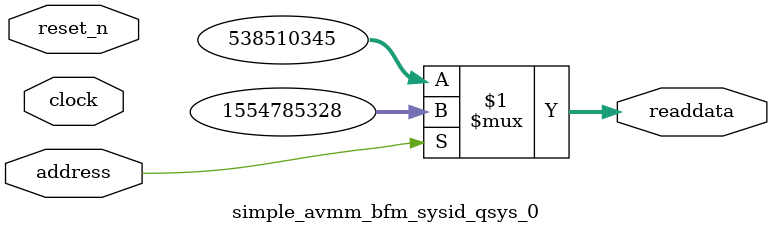
<source format=v>



// synthesis translate_off
`timescale 1ns / 1ps
// synthesis translate_on

// turn off superfluous verilog processor warnings 
// altera message_level Level1 
// altera message_off 10034 10035 10036 10037 10230 10240 10030 

module simple_avmm_bfm_sysid_qsys_0 (
               // inputs:
                address,
                clock,
                reset_n,

               // outputs:
                readdata
             )
;

  output  [ 31: 0] readdata;
  input            address;
  input            clock;
  input            reset_n;

  wire    [ 31: 0] readdata;
  //control_slave, which is an e_avalon_slave
  assign readdata = address ? 1554785328 : 538510345;

endmodule



</source>
